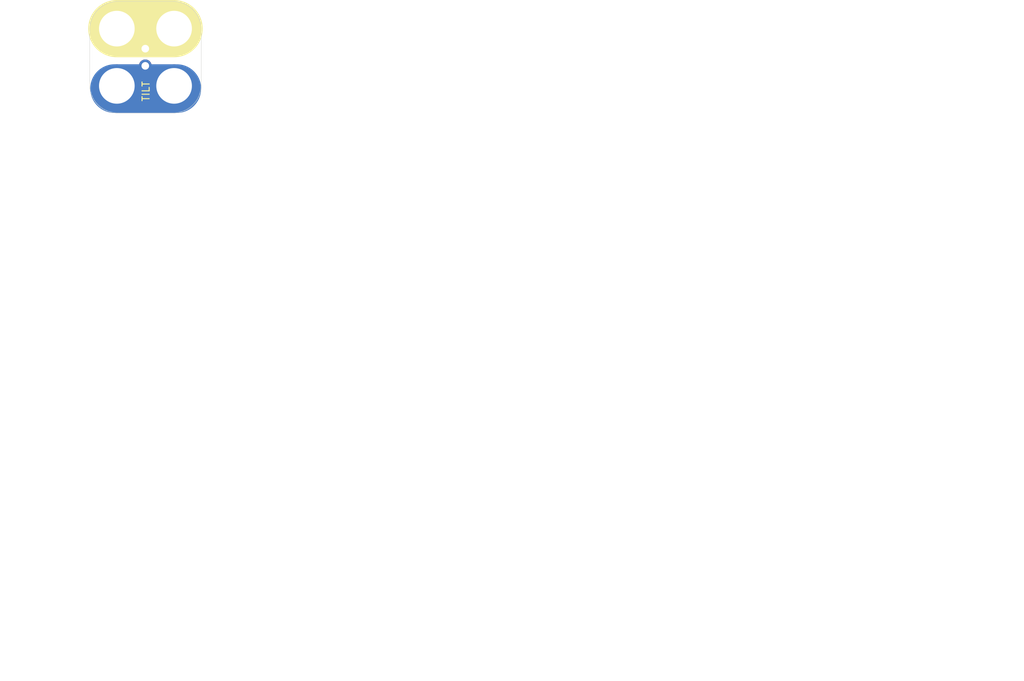
<source format=kicad_pcb>
(kicad_pcb (version 4) (host pcbnew 4.0.5-e0-6337~49~ubuntu16.04.1)

  (general
    (links 2)
    (no_connects 2)
    (area 0 0 0 0)
    (thickness 1.6)
    (drawings 1)
    (tracks 0)
    (zones 0)
    (modules 1)
    (nets 3)
  )

  (page USLetter)
  (title_block
    (title "2x2 Tilt Switch (SW-520D) TH Module")
    (date "06 Jul 2017")
    (rev 1.0)
    (company "All rights reserved.")
    (comment 1 help@browndoggadgets.com)
    (comment 2 http://browndoggadgets.com/)
    (comment 3 "Brown Dog Gadgets")
  )

  (layers
    (0 F.Cu signal)
    (31 B.Cu signal)
    (34 B.Paste user)
    (35 F.Paste user)
    (36 B.SilkS user)
    (37 F.SilkS user)
    (38 B.Mask user)
    (39 F.Mask user)
    (40 Dwgs.User user)
    (44 Edge.Cuts user)
    (46 B.CrtYd user)
    (47 F.CrtYd user)
    (48 B.Fab user)
    (49 F.Fab user)
  )

  (setup
    (last_trace_width 0.254)
    (user_trace_width 0.1524)
    (user_trace_width 0.254)
    (user_trace_width 0.3302)
    (user_trace_width 0.508)
    (user_trace_width 0.762)
    (user_trace_width 1.27)
    (trace_clearance 0.254)
    (zone_clearance 0.508)
    (zone_45_only no)
    (trace_min 0.1524)
    (segment_width 0.1524)
    (edge_width 0.1524)
    (via_size 0.6858)
    (via_drill 0.3302)
    (via_min_size 0.6858)
    (via_min_drill 0.3302)
    (user_via 0.6858 0.3302)
    (user_via 0.762 0.4064)
    (user_via 0.8636 0.508)
    (uvia_size 0.6858)
    (uvia_drill 0.3302)
    (uvias_allowed no)
    (uvia_min_size 0)
    (uvia_min_drill 0)
    (pcb_text_width 0.1524)
    (pcb_text_size 1.016 1.016)
    (mod_edge_width 0.1524)
    (mod_text_size 1.016 1.016)
    (mod_text_width 0.1524)
    (pad_size 1.524 1.524)
    (pad_drill 0.762)
    (pad_to_mask_clearance 0.0762)
    (solder_mask_min_width 0.1016)
    (pad_to_paste_clearance -0.0762)
    (aux_axis_origin 0 0)
    (visible_elements FFFEDF7D)
    (pcbplotparams
      (layerselection 0x310fc_80000001)
      (usegerberextensions true)
      (excludeedgelayer true)
      (linewidth 0.100000)
      (plotframeref false)
      (viasonmask false)
      (mode 1)
      (useauxorigin false)
      (hpglpennumber 1)
      (hpglpenspeed 20)
      (hpglpendiameter 15)
      (hpglpenoverlay 2)
      (psnegative false)
      (psa4output false)
      (plotreference true)
      (plotvalue true)
      (plotinvisibletext false)
      (padsonsilk false)
      (subtractmaskfromsilk false)
      (outputformat 1)
      (mirror false)
      (drillshape 0)
      (scaleselection 1)
      (outputdirectory gerbers))
  )

  (net 0 "")
  (net 1 /1)
  (net 2 /2)

  (net_class Default "This is the default net class."
    (clearance 0.254)
    (trace_width 0.254)
    (via_dia 0.6858)
    (via_drill 0.3302)
    (uvia_dia 0.6858)
    (uvia_drill 0.3302)
    (add_net /1)
    (add_net /2)
  )

  (module Crazy_Circuits:TILT-SENSOR-SW-520D-TH-2x2 (layer F.Cu) (tedit 595EF324) (tstamp 595F1E51)
    (at 16.525 36.5)
    (descr "LED 5mm round vertical")
    (tags "LED 5mm round vertical")
    (path /58CABBD1)
    (fp_text reference SW1 (at 3.937 -4) (layer F.Fab)
      (effects (font (size 1 1) (thickness 0.15)))
    )
    (fp_text value SW_TILT (at 4 2.5) (layer F.SilkS) hide
      (effects (font (size 1 1) (thickness 0.15)))
    )
    (fp_circle (center 3.996573 -4) (end 5.996573 -2) (layer F.Fab) (width 0.04064))
    (fp_text user TILT (at 4.064 0.762 90) (layer F.SilkS)
      (effects (font (size 1 1) (thickness 0.15)))
    )
    (fp_arc (start 0.195441 -0.199792) (end 0 3.8) (angle 84.2) (layer Edge.Cuts) (width 0.05))
    (fp_line (start 11.8 -8) (end 11.8 0) (layer Edge.Cuts) (width 0.05))
    (fp_line (start 0 -11.8) (end 8 -11.8) (layer Edge.Cuts) (width 0.05))
    (fp_line (start 0 3.8) (end 8 3.8) (layer Edge.Cuts) (width 0.05))
    (fp_line (start -3.8 -8) (end -3.8 0) (layer Edge.Cuts) (width 0.05))
    (fp_arc (start 0.195441 -0.199792) (end 0 3.8) (angle 84.2) (layer F.Fab) (width 0.05))
    (fp_line (start 11.8 -8) (end 11.8 0) (layer F.Fab) (width 0.05))
    (fp_line (start 0 -11.8) (end 8 -11.8) (layer F.Fab) (width 0.05))
    (fp_line (start 0 3.8) (end 8 3.8) (layer F.Fab) (width 0.05))
    (fp_line (start -3.8 -8) (end -3.8 0) (layer F.Fab) (width 0.05))
    (fp_line (start 8.3185 -8.509) (end -0.381 -8.509) (layer B.Cu) (width 6.6))
    (fp_line (start 0 -8) (end 8 -8) (layer F.SilkS) (width 8))
    (fp_line (start 2.5 -6.23) (end 5.5 -6.23) (layer F.SilkS) (width 0.15))
    (fp_arc (start 7.800208 -0.195441) (end 11.8 0) (angle 84.2) (layer Edge.Cuts) (width 0.05))
    (fp_arc (start 0.199792 -7.804559) (end -3.8 -8) (angle 84.2) (layer Edge.Cuts) (width 0.05))
    (fp_arc (start 7.804559 -7.800208) (end 8 -11.8) (angle 84.2) (layer Edge.Cuts) (width 0.05))
    (fp_arc (start 7.800208 -0.195441) (end 11.8 0) (angle 84.2) (layer F.Fab) (width 0.05))
    (fp_arc (start 0.199792 -7.804559) (end -3.8 -8) (angle 84.2) (layer F.Fab) (width 0.05))
    (fp_arc (start 7.804559 -7.800208) (end 8 -11.8) (angle 84.2) (layer F.Fab) (width 0.05))
    (fp_line (start 8.3185 -8.509) (end -0.381 -8.509) (layer B.Mask) (width 6.6))
    (fp_line (start 8.382 0.381) (end -0.3175 0.381) (layer B.Cu) (width 6.8))
    (fp_line (start 8.382 0.381) (end -0.3175 0.381) (layer B.Mask) (width 6.8))
    (pad - thru_hole circle (at 3.975 -2.8) (size 1.778 1.778) (drill 1.0668) (layers *.Cu *.Mask))
    (pad + thru_hole circle (at 3.975 -5.2 270) (size 1.778 1.778) (drill 1.0668) (layers *.Cu *.Mask))
    (pad 1 thru_hole circle (at 0 0) (size 6 6) (drill 4.98) (layers *.Cu *.Mask)
      (net 1 /1))
    (pad 2 thru_hole circle (at 0 -8) (size 6 6) (drill 4.98) (layers *.Cu *.Mask)
      (net 2 /2))
    (pad 2 thru_hole circle (at 8 -8) (size 6 6) (drill 4.98) (layers *.Cu *.Mask)
      (net 2 /2))
    (pad 1 thru_hole circle (at 8 0) (size 6 6) (drill 4.98) (layers *.Cu *.Mask)
      (net 1 /1))
  )

  (gr_text "FABRICATION NOTES\n\n1. THIS IS A 2 LAYER BOARD. \n2. EXTERNAL LAYERS SHALL HAVE 1 OZ COPPER.\n3. MATERIAL: FR4 AND 0.062 INCH +/- 10% THICK.\n4. BOARDS SHALL BE ROHS COMPLIANT. \n5. MANUFACTURE IN ACCORDANCE WITH IPC-6012 CLASS 2\n6. MASK: BOTH SIDES OF THE BOARD SHALL HAVE \n   SOLDER MASK (RED) OVER BARE COPPER. \n7. SILK: BOTH SIDES OF THE BOARD SHALL HAVE \n   WHITE SILKSCREEN. DO NOT PLACE SILK OVER BARE COPPER.\n8. FINISH: ENIG.\n9. MINIMUM TRACE WIDTH - 0.006 INCH.\n   MINIMUM SPACE - 0.006 INCH.\n   MINIMUM HOLE DIA - 0.013 INCH. \n10. MAX HOLE PLACEMENT TOLERANCE OF +/- 0.003 INCH.\n11. MAX HOLE DIAMETER TOLERANCE OF +/- 0.003 INCH AFTER PLATING." (at 0.2 85) (layer Dwgs.User)
    (effects (font (size 2.54 2.54) (thickness 0.254)) (justify left))
  )

)

</source>
